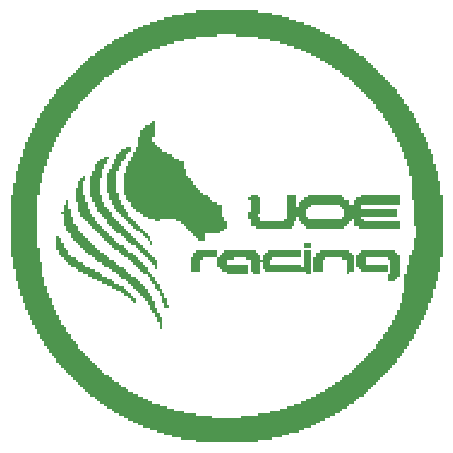
<source format=gbr>
%TF.GenerationSoftware,Altium Limited,Altium Designer,19.0.10 (269)*%
G04 Layer_Color=32896*
%FSLAX26Y26*%
%MOIN*%
%TF.FileFunction,Legend,Bot*%
%TF.Part,Single*%
G01*
G75*
G36*
X608000Y1479000D02*
X656000D01*
Y1471000D01*
X688000D01*
Y1463000D01*
X712000D01*
Y1455000D01*
X736000D01*
Y1447000D01*
X760000D01*
Y1439000D01*
X784000D01*
Y1431000D01*
X800000D01*
Y1423000D01*
X816000D01*
Y1415000D01*
X832000D01*
Y1407000D01*
X848000D01*
Y1399000D01*
X864000D01*
Y1391000D01*
X880000D01*
Y1383000D01*
X888000D01*
Y1375000D01*
X904000D01*
Y1367000D01*
X912000D01*
Y1359000D01*
X928000D01*
Y1351000D01*
X936000D01*
Y1343000D01*
X944000D01*
Y1335000D01*
X960000D01*
Y1327000D01*
X968000D01*
Y1319000D01*
X976000D01*
Y1311000D01*
X984000D01*
Y1303000D01*
X992000D01*
Y1295000D01*
X1000000D01*
Y1287000D01*
X1008000D01*
Y1279000D01*
X1016000D01*
Y1271000D01*
X1024000D01*
Y1263000D01*
X1032000D01*
Y1255000D01*
X1040000D01*
Y1247000D01*
X1048000D01*
Y1239000D01*
X1056000D01*
Y1231000D01*
X1064000D01*
Y1223000D01*
X1072000D01*
Y1215000D01*
Y1207000D01*
X1080000D01*
Y1199000D01*
X1088000D01*
Y1191000D01*
X1096000D01*
Y1183000D01*
Y1175000D01*
X1104000D01*
Y1167000D01*
X1112000D01*
Y1159000D01*
Y1151000D01*
X1120000D01*
Y1143000D01*
X1128000D01*
Y1135000D01*
Y1127000D01*
X1136000D01*
Y1119000D01*
Y1111000D01*
X1144000D01*
Y1103000D01*
Y1095000D01*
X1152000D01*
Y1087000D01*
Y1079000D01*
X1160000D01*
Y1071000D01*
Y1063000D01*
X1168000D01*
Y1055000D01*
Y1047000D01*
X1176000D01*
Y1039000D01*
Y1031000D01*
Y1023000D01*
X1184000D01*
Y1015000D01*
Y1007000D01*
X1192000D01*
Y999000D01*
Y991000D01*
Y983000D01*
Y975000D01*
X1200000D01*
Y967000D01*
Y959000D01*
Y951000D01*
X1208000D01*
Y943000D01*
Y935000D01*
Y927000D01*
Y919000D01*
X1216000D01*
Y911000D01*
Y903000D01*
Y895000D01*
Y887000D01*
Y879000D01*
Y871000D01*
X1224000D01*
Y863000D01*
Y855000D01*
Y847000D01*
Y839000D01*
Y831000D01*
Y823000D01*
Y815000D01*
Y807000D01*
Y799000D01*
Y791000D01*
Y783000D01*
Y775000D01*
Y767000D01*
Y759000D01*
Y751000D01*
Y743000D01*
Y735000D01*
Y727000D01*
Y719000D01*
Y711000D01*
Y703000D01*
Y695000D01*
Y687000D01*
Y679000D01*
Y671000D01*
Y663000D01*
X1216000D01*
Y655000D01*
Y647000D01*
Y639000D01*
Y631000D01*
Y623000D01*
Y615000D01*
X1208000D01*
Y607000D01*
Y599000D01*
Y591000D01*
Y583000D01*
X1200000D01*
Y575000D01*
Y567000D01*
Y559000D01*
X1192000D01*
Y551000D01*
Y543000D01*
Y535000D01*
Y527000D01*
X1184000D01*
Y519000D01*
Y511000D01*
X1176000D01*
Y503000D01*
Y495000D01*
Y487000D01*
X1168000D01*
Y479000D01*
Y471000D01*
X1160000D01*
Y463000D01*
Y455000D01*
X1152000D01*
Y447000D01*
Y439000D01*
X1144000D01*
Y431000D01*
Y423000D01*
X1136000D01*
Y415000D01*
Y407000D01*
X1128000D01*
Y399000D01*
Y391000D01*
X1120000D01*
Y383000D01*
X1112000D01*
Y375000D01*
Y367000D01*
X1104000D01*
Y359000D01*
X1096000D01*
Y351000D01*
Y343000D01*
X1088000D01*
Y335000D01*
X1080000D01*
Y327000D01*
X1072000D01*
Y319000D01*
Y311000D01*
X1064000D01*
Y303000D01*
X1056000D01*
Y295000D01*
X1048000D01*
Y287000D01*
X1040000D01*
Y279000D01*
X1032000D01*
Y271000D01*
X1024000D01*
Y263000D01*
X1016000D01*
Y255000D01*
X1008000D01*
Y247000D01*
X1000000D01*
Y239000D01*
X992000D01*
Y231000D01*
X984000D01*
Y223000D01*
X976000D01*
Y215000D01*
X968000D01*
Y207000D01*
X960000D01*
Y199000D01*
X944000D01*
Y191000D01*
X936000D01*
Y183000D01*
X928000D01*
Y175000D01*
X912000D01*
Y167000D01*
X904000D01*
Y159000D01*
X888000D01*
Y151000D01*
X880000D01*
Y143000D01*
X864000D01*
Y135000D01*
X848000D01*
Y127000D01*
X832000D01*
Y119000D01*
X816000D01*
Y111000D01*
X800000D01*
Y103000D01*
X784000D01*
Y95000D01*
X760000D01*
Y87000D01*
X744000D01*
Y79000D01*
X712000D01*
Y71000D01*
X688000D01*
Y63000D01*
X656000D01*
Y55000D01*
X608000D01*
Y47000D01*
X400000D01*
Y55000D01*
X352000D01*
Y63000D01*
X320000D01*
Y71000D01*
X296000D01*
Y79000D01*
X272000D01*
Y87000D01*
X248000D01*
Y95000D01*
X224000D01*
Y103000D01*
X208000D01*
Y111000D01*
X192000D01*
Y119000D01*
X176000D01*
Y127000D01*
X160000D01*
Y135000D01*
X144000D01*
Y143000D01*
X128000D01*
Y151000D01*
X120000D01*
Y159000D01*
X104000D01*
Y167000D01*
X96000D01*
Y175000D01*
X80000D01*
Y183000D01*
X72000D01*
Y191000D01*
X64000D01*
Y199000D01*
X48000D01*
Y207000D01*
X40000D01*
Y215000D01*
X32000D01*
Y223000D01*
X24000D01*
Y231000D01*
X16000D01*
Y239000D01*
X8000D01*
Y247000D01*
X0D01*
Y255000D01*
X-8000D01*
Y263000D01*
X-16000D01*
Y271000D01*
X-24000D01*
Y279000D01*
X-32000D01*
Y287000D01*
X-40000D01*
Y295000D01*
X-48000D01*
Y303000D01*
X-56000D01*
Y311000D01*
X-64000D01*
Y319000D01*
Y327000D01*
X-72000D01*
Y335000D01*
X-80000D01*
Y343000D01*
X-88000D01*
Y351000D01*
Y359000D01*
X-96000D01*
Y367000D01*
X-104000D01*
Y375000D01*
Y383000D01*
X-112000D01*
Y391000D01*
X-120000D01*
Y399000D01*
Y407000D01*
X-128000D01*
Y415000D01*
Y423000D01*
X-136000D01*
Y431000D01*
Y439000D01*
X-144000D01*
Y447000D01*
Y455000D01*
X-152000D01*
Y463000D01*
Y471000D01*
X-160000D01*
Y479000D01*
Y487000D01*
X-168000D01*
Y495000D01*
Y503000D01*
Y511000D01*
X-176000D01*
Y519000D01*
Y527000D01*
Y535000D01*
X-184000D01*
Y543000D01*
Y551000D01*
Y559000D01*
X-192000D01*
Y567000D01*
Y575000D01*
Y583000D01*
X-200000D01*
Y591000D01*
Y599000D01*
Y607000D01*
Y615000D01*
Y623000D01*
X-208000D01*
Y631000D01*
Y639000D01*
Y647000D01*
Y655000D01*
Y663000D01*
X-216000D01*
Y671000D01*
Y679000D01*
Y687000D01*
Y695000D01*
Y703000D01*
Y711000D01*
Y719000D01*
Y727000D01*
Y735000D01*
Y743000D01*
Y751000D01*
Y759000D01*
Y767000D01*
Y775000D01*
Y783000D01*
Y791000D01*
Y799000D01*
Y807000D01*
Y815000D01*
Y823000D01*
Y831000D01*
Y839000D01*
Y847000D01*
Y855000D01*
Y863000D01*
Y871000D01*
X-208000D01*
Y879000D01*
Y887000D01*
Y895000D01*
Y903000D01*
Y911000D01*
X-200000D01*
Y919000D01*
Y927000D01*
Y935000D01*
Y943000D01*
Y951000D01*
X-192000D01*
Y959000D01*
Y967000D01*
Y975000D01*
X-184000D01*
Y983000D01*
Y991000D01*
Y999000D01*
X-176000D01*
Y1007000D01*
Y1015000D01*
Y1023000D01*
X-168000D01*
Y1031000D01*
Y1039000D01*
Y1047000D01*
X-160000D01*
Y1055000D01*
Y1063000D01*
X-152000D01*
Y1071000D01*
Y1079000D01*
X-144000D01*
Y1087000D01*
Y1095000D01*
X-136000D01*
Y1103000D01*
Y1111000D01*
X-128000D01*
Y1119000D01*
Y1127000D01*
X-120000D01*
Y1135000D01*
Y1143000D01*
X-112000D01*
Y1151000D01*
X-104000D01*
Y1159000D01*
Y1167000D01*
X-96000D01*
Y1175000D01*
X-88000D01*
Y1183000D01*
Y1191000D01*
X-80000D01*
Y1199000D01*
X-72000D01*
Y1207000D01*
X-64000D01*
Y1215000D01*
Y1223000D01*
X-56000D01*
Y1231000D01*
X-48000D01*
Y1239000D01*
X-40000D01*
Y1247000D01*
X-32000D01*
Y1255000D01*
X-24000D01*
Y1263000D01*
X-16000D01*
Y1271000D01*
X-8000D01*
Y1279000D01*
X0D01*
Y1287000D01*
X8000D01*
Y1295000D01*
X16000D01*
Y1303000D01*
X24000D01*
Y1311000D01*
X32000D01*
Y1319000D01*
X40000D01*
Y1327000D01*
X48000D01*
Y1335000D01*
X64000D01*
Y1343000D01*
X72000D01*
Y1351000D01*
X80000D01*
Y1359000D01*
X96000D01*
Y1367000D01*
X104000D01*
Y1375000D01*
X120000D01*
Y1383000D01*
X128000D01*
Y1391000D01*
X144000D01*
Y1399000D01*
X160000D01*
Y1407000D01*
X176000D01*
Y1415000D01*
X192000D01*
Y1423000D01*
X208000D01*
Y1431000D01*
X224000D01*
Y1439000D01*
X248000D01*
Y1447000D01*
X272000D01*
Y1455000D01*
X296000D01*
Y1463000D01*
X320000D01*
Y1471000D01*
X360000D01*
Y1479000D01*
X400000D01*
Y1487000D01*
X608000D01*
Y1479000D01*
D02*
G37*
%LPC*%
G36*
X536000Y1407000D02*
X472000D01*
Y1399000D01*
X400000D01*
Y1391000D01*
X360000D01*
Y1383000D01*
X328000D01*
Y1375000D01*
X304000D01*
Y1367000D01*
X280000D01*
Y1359000D01*
X256000D01*
Y1351000D01*
X240000D01*
Y1343000D01*
X224000D01*
Y1335000D01*
X208000D01*
Y1327000D01*
X192000D01*
Y1319000D01*
X176000D01*
Y1311000D01*
X168000D01*
Y1303000D01*
X152000D01*
Y1295000D01*
X144000D01*
Y1287000D01*
X128000D01*
Y1279000D01*
X120000D01*
Y1271000D01*
X112000D01*
Y1263000D01*
X96000D01*
Y1255000D01*
X88000D01*
Y1247000D01*
X80000D01*
Y1239000D01*
X72000D01*
Y1231000D01*
X64000D01*
Y1223000D01*
X56000D01*
Y1215000D01*
X48000D01*
Y1207000D01*
X40000D01*
Y1199000D01*
X32000D01*
Y1191000D01*
X24000D01*
Y1183000D01*
X16000D01*
Y1175000D01*
X8000D01*
Y1167000D01*
Y1159000D01*
X0D01*
Y1151000D01*
X-8000D01*
Y1143000D01*
X-16000D01*
Y1135000D01*
Y1127000D01*
X-24000D01*
Y1119000D01*
X-32000D01*
Y1111000D01*
Y1103000D01*
X-40000D01*
Y1095000D01*
X-48000D01*
Y1087000D01*
Y1079000D01*
X-56000D01*
Y1071000D01*
Y1063000D01*
X-64000D01*
Y1055000D01*
Y1047000D01*
X-72000D01*
Y1039000D01*
Y1031000D01*
X-80000D01*
Y1023000D01*
Y1015000D01*
X-88000D01*
Y1007000D01*
Y999000D01*
Y991000D01*
X-96000D01*
Y983000D01*
Y975000D01*
Y967000D01*
X-104000D01*
Y959000D01*
Y951000D01*
Y943000D01*
X-112000D01*
Y935000D01*
Y927000D01*
Y919000D01*
Y911000D01*
X-120000D01*
Y903000D01*
Y895000D01*
Y887000D01*
Y879000D01*
Y871000D01*
X-128000D01*
Y863000D01*
Y855000D01*
Y847000D01*
Y839000D01*
Y831000D01*
Y823000D01*
Y815000D01*
Y807000D01*
Y799000D01*
Y791000D01*
Y783000D01*
Y775000D01*
Y767000D01*
Y759000D01*
Y751000D01*
Y743000D01*
Y735000D01*
Y727000D01*
Y719000D01*
Y711000D01*
Y703000D01*
Y695000D01*
X-120000D01*
Y687000D01*
Y679000D01*
Y671000D01*
Y663000D01*
Y655000D01*
Y647000D01*
X-112000D01*
Y639000D01*
Y631000D01*
Y623000D01*
Y615000D01*
Y607000D01*
Y599000D01*
X-104000D01*
Y591000D01*
Y583000D01*
Y575000D01*
Y567000D01*
X-96000D01*
Y559000D01*
Y551000D01*
Y543000D01*
X-88000D01*
Y535000D01*
Y527000D01*
X-80000D01*
Y519000D01*
Y511000D01*
Y503000D01*
X-72000D01*
Y495000D01*
Y487000D01*
X-64000D01*
Y479000D01*
Y471000D01*
X-56000D01*
Y463000D01*
Y455000D01*
X-48000D01*
Y447000D01*
Y439000D01*
X-40000D01*
Y431000D01*
X-32000D01*
Y423000D01*
Y415000D01*
X-24000D01*
Y407000D01*
X-16000D01*
Y399000D01*
Y391000D01*
X-8000D01*
Y383000D01*
X0D01*
Y375000D01*
X8000D01*
Y367000D01*
Y359000D01*
X16000D01*
Y351000D01*
X24000D01*
Y343000D01*
X32000D01*
Y335000D01*
X40000D01*
Y327000D01*
X48000D01*
Y319000D01*
X56000D01*
Y311000D01*
X64000D01*
Y303000D01*
X72000D01*
Y295000D01*
X80000D01*
Y287000D01*
X88000D01*
Y279000D01*
X96000D01*
Y271000D01*
X112000D01*
Y263000D01*
X120000D01*
Y255000D01*
X128000D01*
Y247000D01*
X144000D01*
Y239000D01*
X152000D01*
Y231000D01*
X168000D01*
Y223000D01*
X176000D01*
Y215000D01*
X192000D01*
Y207000D01*
X208000D01*
Y199000D01*
X224000D01*
Y191000D01*
X240000D01*
Y183000D01*
X256000D01*
Y175000D01*
X280000D01*
Y167000D01*
X304000D01*
Y159000D01*
X328000D01*
Y151000D01*
X360000D01*
Y143000D01*
X400000D01*
Y135000D01*
X456000D01*
Y127000D01*
X552000D01*
Y135000D01*
X608000D01*
Y143000D01*
X648000D01*
Y151000D01*
X680000D01*
Y159000D01*
X704000D01*
Y167000D01*
X728000D01*
Y175000D01*
X752000D01*
Y183000D01*
X768000D01*
Y191000D01*
X784000D01*
Y199000D01*
X800000D01*
Y207000D01*
X816000D01*
Y215000D01*
X832000D01*
Y223000D01*
X840000D01*
Y231000D01*
X856000D01*
Y239000D01*
X864000D01*
Y247000D01*
X880000D01*
Y255000D01*
X888000D01*
Y263000D01*
X896000D01*
Y271000D01*
X912000D01*
Y279000D01*
X920000D01*
Y287000D01*
X928000D01*
Y295000D01*
X936000D01*
Y303000D01*
X944000D01*
Y311000D01*
X952000D01*
Y319000D01*
X960000D01*
Y327000D01*
X968000D01*
Y335000D01*
X976000D01*
Y343000D01*
X984000D01*
Y351000D01*
X992000D01*
Y359000D01*
X1000000D01*
Y367000D01*
Y375000D01*
X1008000D01*
Y383000D01*
X1016000D01*
Y391000D01*
X1024000D01*
Y399000D01*
Y407000D01*
X1032000D01*
Y415000D01*
X1040000D01*
Y423000D01*
Y431000D01*
X1048000D01*
Y439000D01*
X1056000D01*
Y447000D01*
Y455000D01*
X1064000D01*
Y463000D01*
Y471000D01*
X1072000D01*
Y479000D01*
Y487000D01*
X1080000D01*
Y495000D01*
Y503000D01*
Y511000D01*
X1088000D01*
Y519000D01*
Y527000D01*
Y535000D01*
Y543000D01*
X1096000D01*
Y551000D01*
Y559000D01*
Y567000D01*
Y575000D01*
Y583000D01*
Y591000D01*
Y599000D01*
Y607000D01*
X1104000D01*
Y615000D01*
Y623000D01*
Y631000D01*
Y639000D01*
X1112000D01*
Y647000D01*
Y655000D01*
Y663000D01*
Y671000D01*
X1120000D01*
Y679000D01*
Y687000D01*
X1128000D01*
Y695000D01*
Y703000D01*
Y711000D01*
Y719000D01*
Y727000D01*
X1136000D01*
Y735000D01*
Y743000D01*
Y751000D01*
Y759000D01*
Y767000D01*
X1128000D01*
Y775000D01*
Y783000D01*
Y791000D01*
Y799000D01*
Y807000D01*
Y815000D01*
Y823000D01*
Y831000D01*
Y839000D01*
Y847000D01*
Y855000D01*
X1120000D01*
Y863000D01*
Y871000D01*
Y879000D01*
Y887000D01*
Y895000D01*
Y903000D01*
Y911000D01*
Y919000D01*
Y927000D01*
Y935000D01*
X1112000D01*
Y943000D01*
Y951000D01*
Y959000D01*
Y967000D01*
X1104000D01*
Y975000D01*
Y983000D01*
Y991000D01*
X1096000D01*
Y999000D01*
Y1007000D01*
Y1015000D01*
X1088000D01*
Y1023000D01*
Y1031000D01*
X1080000D01*
Y1039000D01*
Y1047000D01*
X1072000D01*
Y1055000D01*
Y1063000D01*
X1064000D01*
Y1071000D01*
Y1079000D01*
X1056000D01*
Y1087000D01*
Y1095000D01*
X1048000D01*
Y1103000D01*
X1040000D01*
Y1111000D01*
Y1119000D01*
X1032000D01*
Y1127000D01*
X1024000D01*
Y1135000D01*
Y1143000D01*
X1016000D01*
Y1151000D01*
X1008000D01*
Y1159000D01*
X1000000D01*
Y1167000D01*
Y1175000D01*
X992000D01*
Y1183000D01*
X984000D01*
Y1191000D01*
X976000D01*
Y1199000D01*
X968000D01*
Y1207000D01*
X960000D01*
Y1215000D01*
X952000D01*
Y1223000D01*
X944000D01*
Y1231000D01*
X936000D01*
Y1239000D01*
X928000D01*
Y1247000D01*
X920000D01*
Y1255000D01*
X912000D01*
Y1263000D01*
X896000D01*
Y1271000D01*
X888000D01*
Y1279000D01*
X880000D01*
Y1287000D01*
X864000D01*
Y1295000D01*
X856000D01*
Y1303000D01*
X840000D01*
Y1311000D01*
X832000D01*
Y1319000D01*
X816000D01*
Y1327000D01*
X800000D01*
Y1335000D01*
X784000D01*
Y1343000D01*
X768000D01*
Y1351000D01*
X752000D01*
Y1359000D01*
X728000D01*
Y1367000D01*
X704000D01*
Y1375000D01*
X680000D01*
Y1383000D01*
X648000D01*
Y1391000D01*
X608000D01*
Y1399000D01*
X536000D01*
Y1407000D01*
D02*
G37*
%LPD*%
G36*
X1080000Y863000D02*
Y855000D01*
Y847000D01*
Y839000D01*
X952000D01*
Y831000D01*
Y823000D01*
X1072000D01*
Y815000D01*
Y807000D01*
Y799000D01*
X952000D01*
Y791000D01*
X960000D01*
Y783000D01*
X1080000D01*
Y775000D01*
Y767000D01*
Y759000D01*
X944000D01*
Y767000D01*
X928000D01*
Y775000D01*
Y783000D01*
Y791000D01*
X920000D01*
Y783000D01*
X912000D01*
Y775000D01*
X904000D01*
Y767000D01*
X896000D01*
Y759000D01*
X768000D01*
Y767000D01*
X760000D01*
Y775000D01*
X752000D01*
Y783000D01*
X744000D01*
Y791000D01*
Y799000D01*
X736000D01*
Y791000D01*
Y783000D01*
X728000D01*
Y775000D01*
Y767000D01*
X720000D01*
Y759000D01*
X600000D01*
Y767000D01*
X584000D01*
Y775000D01*
Y783000D01*
Y791000D01*
X576000D01*
Y799000D01*
Y807000D01*
Y815000D01*
X584000D01*
Y823000D01*
Y831000D01*
Y839000D01*
Y847000D01*
Y855000D01*
X576000D01*
Y863000D01*
X584000D01*
Y871000D01*
X608000D01*
Y863000D01*
X616000D01*
Y855000D01*
Y847000D01*
Y839000D01*
Y831000D01*
Y823000D01*
Y815000D01*
Y807000D01*
X608000D01*
Y799000D01*
X616000D01*
Y791000D01*
Y783000D01*
X696000D01*
Y791000D01*
X704000D01*
Y799000D01*
Y807000D01*
Y815000D01*
Y823000D01*
Y831000D01*
Y839000D01*
Y847000D01*
Y855000D01*
Y863000D01*
Y871000D01*
X736000D01*
Y863000D01*
Y855000D01*
Y847000D01*
Y839000D01*
Y831000D01*
X744000D01*
Y839000D01*
Y847000D01*
X752000D01*
Y855000D01*
X760000D01*
Y863000D01*
X776000D01*
Y871000D01*
X888000D01*
Y863000D01*
X896000D01*
Y855000D01*
X912000D01*
Y847000D01*
Y839000D01*
X928000D01*
Y847000D01*
Y855000D01*
X936000D01*
Y863000D01*
X952000D01*
Y871000D01*
X1080000D01*
Y863000D01*
D02*
G37*
G36*
X264000Y1111000D02*
Y1103000D01*
Y1095000D01*
Y1087000D01*
Y1079000D01*
Y1071000D01*
Y1063000D01*
X256000D01*
Y1055000D01*
Y1047000D01*
X264000D01*
Y1039000D01*
X272000D01*
Y1031000D01*
X280000D01*
Y1023000D01*
X288000D01*
Y1015000D01*
X304000D01*
Y1007000D01*
X320000D01*
Y999000D01*
X328000D01*
Y991000D01*
X344000D01*
Y983000D01*
X360000D01*
Y975000D01*
Y967000D01*
Y959000D01*
X368000D01*
Y951000D01*
Y943000D01*
Y935000D01*
X376000D01*
Y927000D01*
X384000D01*
Y919000D01*
X392000D01*
Y911000D01*
Y903000D01*
X400000D01*
Y895000D01*
X408000D01*
Y887000D01*
X416000D01*
Y879000D01*
X424000D01*
Y871000D01*
X440000D01*
Y863000D01*
X448000D01*
Y855000D01*
X456000D01*
Y847000D01*
X472000D01*
Y839000D01*
X488000D01*
Y831000D01*
Y823000D01*
Y815000D01*
Y807000D01*
Y799000D01*
X496000D01*
Y791000D01*
Y783000D01*
X504000D01*
Y775000D01*
Y767000D01*
Y759000D01*
X496000D01*
Y751000D01*
X480000D01*
Y743000D01*
X432000D01*
Y735000D01*
Y727000D01*
Y719000D01*
X408000D01*
Y727000D01*
X400000D01*
Y735000D01*
X392000D01*
Y743000D01*
X384000D01*
Y751000D01*
X376000D01*
Y759000D01*
X368000D01*
Y767000D01*
X360000D01*
Y775000D01*
X352000D01*
Y783000D01*
X336000D01*
Y791000D01*
X280000D01*
Y783000D01*
X264000D01*
Y791000D01*
X240000D01*
Y799000D01*
X224000D01*
Y807000D01*
X216000D01*
Y815000D01*
X200000D01*
Y823000D01*
X192000D01*
Y831000D01*
X184000D01*
Y839000D01*
Y847000D01*
X176000D01*
Y855000D01*
X168000D01*
Y863000D01*
Y871000D01*
X160000D01*
Y879000D01*
Y887000D01*
Y895000D01*
Y903000D01*
Y911000D01*
Y919000D01*
Y927000D01*
Y935000D01*
Y943000D01*
X168000D01*
Y951000D01*
Y959000D01*
Y967000D01*
X176000D01*
Y975000D01*
Y983000D01*
X184000D01*
Y991000D01*
Y999000D01*
X192000D01*
Y1007000D01*
Y1015000D01*
X200000D01*
Y1023000D01*
Y1031000D01*
X208000D01*
Y1039000D01*
Y1047000D01*
Y1055000D01*
Y1063000D01*
X216000D01*
Y1071000D01*
Y1079000D01*
Y1087000D01*
X224000D01*
Y1095000D01*
X232000D01*
Y1103000D01*
X248000D01*
Y1111000D01*
X256000D01*
Y1119000D01*
X264000D01*
Y1111000D01*
D02*
G37*
G36*
X184000Y1023000D02*
Y1015000D01*
X176000D01*
Y1007000D01*
X168000D01*
Y999000D01*
Y991000D01*
X160000D01*
Y983000D01*
X152000D01*
Y975000D01*
Y967000D01*
X144000D01*
Y959000D01*
Y951000D01*
X136000D01*
Y943000D01*
Y935000D01*
Y927000D01*
Y919000D01*
Y911000D01*
Y903000D01*
Y895000D01*
Y887000D01*
Y879000D01*
X144000D01*
Y871000D01*
Y863000D01*
Y855000D01*
X152000D01*
Y847000D01*
Y839000D01*
X160000D01*
Y831000D01*
Y823000D01*
X168000D01*
Y815000D01*
X176000D01*
Y807000D01*
Y799000D01*
X184000D01*
Y791000D01*
X192000D01*
Y783000D01*
X200000D01*
Y775000D01*
X208000D01*
Y767000D01*
X216000D01*
Y759000D01*
X224000D01*
Y751000D01*
X232000D01*
Y743000D01*
X240000D01*
Y735000D01*
X248000D01*
Y727000D01*
Y719000D01*
X256000D01*
Y711000D01*
Y703000D01*
X248000D01*
Y711000D01*
Y719000D01*
X240000D01*
Y727000D01*
X232000D01*
Y735000D01*
X224000D01*
Y743000D01*
X216000D01*
Y751000D01*
X200000D01*
Y759000D01*
X192000D01*
Y767000D01*
X184000D01*
Y775000D01*
X176000D01*
Y783000D01*
X168000D01*
Y791000D01*
X160000D01*
Y799000D01*
X152000D01*
Y807000D01*
X144000D01*
Y815000D01*
X136000D01*
Y823000D01*
X128000D01*
Y831000D01*
Y839000D01*
X120000D01*
Y847000D01*
Y855000D01*
X112000D01*
Y863000D01*
Y871000D01*
Y879000D01*
X104000D01*
Y887000D01*
Y895000D01*
Y903000D01*
Y911000D01*
Y919000D01*
Y927000D01*
Y935000D01*
Y943000D01*
X112000D01*
Y951000D01*
Y959000D01*
X120000D01*
Y967000D01*
Y975000D01*
X128000D01*
Y983000D01*
Y991000D01*
X136000D01*
Y999000D01*
Y1007000D01*
X144000D01*
Y1015000D01*
X152000D01*
Y1023000D01*
X168000D01*
Y1031000D01*
X184000D01*
Y1023000D01*
D02*
G37*
G36*
X784000Y703000D02*
Y695000D01*
X760000D01*
Y703000D01*
Y711000D01*
X784000D01*
Y703000D01*
D02*
G37*
G36*
Y679000D02*
Y671000D01*
Y663000D01*
Y655000D01*
Y647000D01*
Y639000D01*
Y631000D01*
Y623000D01*
Y615000D01*
Y607000D01*
X768000D01*
Y615000D01*
X632000D01*
Y623000D01*
X624000D01*
Y631000D01*
Y639000D01*
Y647000D01*
X616000D01*
Y639000D01*
Y631000D01*
Y623000D01*
Y615000D01*
Y607000D01*
X592000D01*
Y615000D01*
X584000D01*
Y623000D01*
Y631000D01*
Y639000D01*
Y647000D01*
Y655000D01*
X568000D01*
Y663000D01*
X528000D01*
Y655000D01*
X504000D01*
Y647000D01*
Y639000D01*
X576000D01*
Y631000D01*
Y623000D01*
Y615000D01*
Y607000D01*
X504000D01*
Y615000D01*
X488000D01*
Y623000D01*
X480000D01*
Y631000D01*
X472000D01*
Y639000D01*
Y647000D01*
Y655000D01*
Y663000D01*
X424000D01*
Y655000D01*
X416000D01*
Y647000D01*
Y639000D01*
Y631000D01*
Y623000D01*
Y615000D01*
X384000D01*
Y623000D01*
Y631000D01*
Y639000D01*
Y647000D01*
Y655000D01*
Y663000D01*
X392000D01*
Y671000D01*
Y679000D01*
X400000D01*
Y687000D01*
X472000D01*
Y679000D01*
Y671000D01*
Y663000D01*
X480000D01*
Y671000D01*
X488000D01*
Y679000D01*
X496000D01*
Y687000D01*
X600000D01*
Y679000D01*
X608000D01*
Y671000D01*
X616000D01*
Y663000D01*
Y655000D01*
X624000D01*
Y663000D01*
Y671000D01*
X632000D01*
Y679000D01*
X640000D01*
Y687000D01*
X752000D01*
Y679000D01*
Y671000D01*
Y663000D01*
X656000D01*
Y655000D01*
X648000D01*
Y647000D01*
Y639000D01*
X752000D01*
Y631000D01*
X760000D01*
Y639000D01*
Y647000D01*
Y655000D01*
Y663000D01*
Y671000D01*
Y679000D01*
Y687000D01*
X784000D01*
Y679000D01*
D02*
G37*
G36*
X112000Y991000D02*
X104000D01*
Y983000D01*
Y975000D01*
X96000D01*
Y967000D01*
Y959000D01*
X88000D01*
Y951000D01*
Y943000D01*
Y935000D01*
Y927000D01*
X80000D01*
Y919000D01*
Y911000D01*
Y903000D01*
Y895000D01*
Y887000D01*
Y879000D01*
Y871000D01*
X88000D01*
Y863000D01*
Y855000D01*
Y847000D01*
X96000D01*
Y839000D01*
Y831000D01*
X104000D01*
Y823000D01*
X112000D01*
Y815000D01*
X120000D01*
Y807000D01*
Y799000D01*
X128000D01*
Y791000D01*
X136000D01*
Y783000D01*
X144000D01*
Y775000D01*
X152000D01*
Y767000D01*
X160000D01*
Y759000D01*
X168000D01*
Y751000D01*
X176000D01*
Y743000D01*
X184000D01*
Y735000D01*
X192000D01*
Y727000D01*
X200000D01*
Y719000D01*
X208000D01*
Y711000D01*
X216000D01*
Y703000D01*
X224000D01*
Y695000D01*
X232000D01*
Y687000D01*
X240000D01*
Y679000D01*
X248000D01*
Y671000D01*
X256000D01*
Y663000D01*
X264000D01*
Y655000D01*
X272000D01*
Y647000D01*
Y639000D01*
Y631000D01*
Y623000D01*
X264000D01*
Y631000D01*
Y639000D01*
X256000D01*
Y647000D01*
X248000D01*
Y655000D01*
X240000D01*
Y663000D01*
X232000D01*
Y671000D01*
X224000D01*
Y679000D01*
X216000D01*
Y687000D01*
X208000D01*
Y695000D01*
X200000D01*
Y703000D01*
X184000D01*
Y711000D01*
X176000D01*
Y719000D01*
X168000D01*
Y727000D01*
X160000D01*
Y735000D01*
X152000D01*
Y743000D01*
X136000D01*
Y751000D01*
X128000D01*
Y759000D01*
X120000D01*
Y767000D01*
X112000D01*
Y775000D01*
X104000D01*
Y783000D01*
Y791000D01*
X96000D01*
Y799000D01*
X88000D01*
Y807000D01*
X80000D01*
Y815000D01*
X72000D01*
Y823000D01*
Y831000D01*
X64000D01*
Y839000D01*
Y847000D01*
X56000D01*
Y855000D01*
Y863000D01*
X48000D01*
Y871000D01*
Y879000D01*
Y887000D01*
Y895000D01*
Y903000D01*
Y911000D01*
Y919000D01*
Y927000D01*
Y935000D01*
X56000D01*
Y943000D01*
Y951000D01*
X64000D01*
Y959000D01*
Y967000D01*
Y975000D01*
X72000D01*
Y983000D01*
X80000D01*
Y991000D01*
X96000D01*
Y999000D01*
X112000D01*
Y991000D01*
D02*
G37*
G36*
X912000Y679000D02*
X920000D01*
Y671000D01*
X928000D01*
Y663000D01*
Y655000D01*
Y647000D01*
Y639000D01*
Y631000D01*
Y623000D01*
Y615000D01*
X912000D01*
Y607000D01*
X904000D01*
Y615000D01*
Y623000D01*
Y631000D01*
Y639000D01*
Y647000D01*
Y655000D01*
X888000D01*
Y663000D01*
X832000D01*
Y655000D01*
X824000D01*
Y647000D01*
Y639000D01*
Y631000D01*
Y623000D01*
Y615000D01*
X792000D01*
Y623000D01*
Y631000D01*
Y639000D01*
Y647000D01*
Y655000D01*
Y663000D01*
X800000D01*
Y671000D01*
Y679000D01*
X816000D01*
Y687000D01*
X912000D01*
Y679000D01*
D02*
G37*
G36*
X1064000D02*
X1072000D01*
Y671000D01*
X1080000D01*
Y663000D01*
Y655000D01*
Y647000D01*
Y639000D01*
Y631000D01*
Y623000D01*
Y615000D01*
Y607000D01*
Y599000D01*
X1072000D01*
Y591000D01*
X1064000D01*
Y583000D01*
X1040000D01*
Y591000D01*
Y599000D01*
Y607000D01*
X1048000D01*
Y615000D01*
Y623000D01*
Y631000D01*
Y639000D01*
Y647000D01*
Y655000D01*
X1040000D01*
Y663000D01*
X968000D01*
Y655000D01*
Y647000D01*
Y639000D01*
X1040000D01*
Y631000D01*
Y623000D01*
Y615000D01*
X952000D01*
Y623000D01*
X944000D01*
Y631000D01*
X936000D01*
Y639000D01*
Y647000D01*
Y655000D01*
Y663000D01*
Y671000D01*
X944000D01*
Y679000D01*
X952000D01*
Y687000D01*
X1064000D01*
Y679000D01*
D02*
G37*
G36*
X-56000Y727000D02*
X-48000D01*
Y719000D01*
Y711000D01*
X-40000D01*
Y703000D01*
Y695000D01*
X-32000D01*
Y687000D01*
X-24000D01*
Y679000D01*
Y671000D01*
X-16000D01*
Y663000D01*
X0D01*
Y655000D01*
X8000D01*
Y647000D01*
X24000D01*
Y639000D01*
X32000D01*
Y631000D01*
X48000D01*
Y623000D01*
X64000D01*
Y615000D01*
X80000D01*
Y607000D01*
X88000D01*
Y599000D01*
X104000D01*
Y591000D01*
X120000D01*
Y583000D01*
X128000D01*
Y575000D01*
X144000D01*
Y567000D01*
X160000D01*
Y559000D01*
X168000D01*
Y551000D01*
X176000D01*
Y543000D01*
X184000D01*
Y535000D01*
X192000D01*
Y527000D01*
X200000D01*
Y519000D01*
Y511000D01*
X192000D01*
Y519000D01*
X184000D01*
Y527000D01*
X176000D01*
Y535000D01*
X160000D01*
Y543000D01*
X152000D01*
Y551000D01*
X136000D01*
Y559000D01*
X120000D01*
Y567000D01*
X104000D01*
Y575000D01*
X88000D01*
Y583000D01*
X72000D01*
Y591000D01*
X56000D01*
Y599000D01*
X40000D01*
Y607000D01*
X24000D01*
Y615000D01*
X8000D01*
Y623000D01*
X0D01*
Y631000D01*
X-16000D01*
Y639000D01*
X-24000D01*
Y647000D01*
X-32000D01*
Y655000D01*
X-40000D01*
Y663000D01*
X-48000D01*
Y671000D01*
X-56000D01*
Y679000D01*
Y687000D01*
X-64000D01*
Y695000D01*
Y703000D01*
Y711000D01*
Y719000D01*
Y727000D01*
Y735000D01*
X-56000D01*
Y727000D01*
D02*
G37*
G36*
X32000Y927000D02*
Y919000D01*
X24000D01*
Y911000D01*
Y903000D01*
Y895000D01*
Y887000D01*
Y879000D01*
Y871000D01*
X32000D01*
Y863000D01*
Y855000D01*
Y847000D01*
X40000D01*
Y839000D01*
Y831000D01*
Y823000D01*
X48000D01*
Y815000D01*
Y807000D01*
X56000D01*
Y799000D01*
X64000D01*
Y791000D01*
Y783000D01*
X72000D01*
Y775000D01*
X80000D01*
Y767000D01*
X88000D01*
Y759000D01*
X96000D01*
Y751000D01*
X104000D01*
Y743000D01*
X112000D01*
Y735000D01*
X120000D01*
Y727000D01*
X128000D01*
Y719000D01*
X136000D01*
Y711000D01*
X144000D01*
Y703000D01*
X160000D01*
Y695000D01*
X168000D01*
Y687000D01*
X176000D01*
Y679000D01*
X192000D01*
Y671000D01*
X200000D01*
Y663000D01*
X208000D01*
Y655000D01*
X216000D01*
Y647000D01*
X224000D01*
Y639000D01*
X232000D01*
Y631000D01*
X240000D01*
Y623000D01*
Y615000D01*
X248000D01*
Y607000D01*
X256000D01*
Y599000D01*
X264000D01*
Y591000D01*
Y583000D01*
X272000D01*
Y575000D01*
X280000D01*
Y567000D01*
Y559000D01*
X288000D01*
Y551000D01*
Y543000D01*
X296000D01*
Y535000D01*
Y527000D01*
X304000D01*
Y519000D01*
Y511000D01*
Y503000D01*
X312000D01*
Y495000D01*
X296000D01*
Y503000D01*
Y511000D01*
X288000D01*
Y519000D01*
Y527000D01*
Y535000D01*
X280000D01*
Y543000D01*
Y551000D01*
X272000D01*
Y559000D01*
X264000D01*
Y567000D01*
Y575000D01*
X256000D01*
Y583000D01*
X248000D01*
Y591000D01*
Y599000D01*
X240000D01*
Y607000D01*
X224000D01*
Y615000D01*
X216000D01*
Y623000D01*
X208000D01*
Y631000D01*
X200000D01*
Y639000D01*
X192000D01*
Y647000D01*
X184000D01*
Y655000D01*
X176000D01*
Y663000D01*
X160000D01*
Y671000D01*
X152000D01*
Y679000D01*
X144000D01*
Y687000D01*
X128000D01*
Y695000D01*
X120000D01*
Y703000D01*
X112000D01*
Y711000D01*
X104000D01*
Y719000D01*
X96000D01*
Y727000D01*
X88000D01*
Y735000D01*
X80000D01*
Y743000D01*
X72000D01*
Y751000D01*
X64000D01*
Y759000D01*
X56000D01*
Y767000D01*
X48000D01*
Y775000D01*
X40000D01*
Y783000D01*
X32000D01*
Y791000D01*
X24000D01*
Y799000D01*
X16000D01*
Y807000D01*
Y815000D01*
X8000D01*
Y823000D01*
Y831000D01*
Y839000D01*
Y847000D01*
X0D01*
Y855000D01*
Y863000D01*
Y871000D01*
Y879000D01*
Y887000D01*
Y895000D01*
X8000D01*
Y903000D01*
Y911000D01*
Y919000D01*
X16000D01*
Y927000D01*
X24000D01*
Y935000D01*
X32000D01*
Y927000D01*
D02*
G37*
G36*
X-24000Y847000D02*
Y839000D01*
Y831000D01*
Y823000D01*
X-16000D01*
Y815000D01*
Y807000D01*
Y799000D01*
X-8000D01*
Y791000D01*
Y783000D01*
Y775000D01*
X0D01*
Y767000D01*
X8000D01*
Y759000D01*
Y751000D01*
X16000D01*
Y743000D01*
X24000D01*
Y735000D01*
X32000D01*
Y727000D01*
X40000D01*
Y719000D01*
X48000D01*
Y711000D01*
X56000D01*
Y703000D01*
X64000D01*
Y695000D01*
X72000D01*
Y687000D01*
X80000D01*
Y679000D01*
X96000D01*
Y671000D01*
X104000D01*
Y663000D01*
X112000D01*
Y655000D01*
X128000D01*
Y647000D01*
X136000D01*
Y639000D01*
X144000D01*
Y631000D01*
X160000D01*
Y623000D01*
X168000D01*
Y615000D01*
X176000D01*
Y607000D01*
X184000D01*
Y599000D01*
X200000D01*
Y591000D01*
X208000D01*
Y583000D01*
X216000D01*
Y575000D01*
X224000D01*
Y567000D01*
X232000D01*
Y559000D01*
X240000D01*
Y551000D01*
Y543000D01*
X248000D01*
Y535000D01*
X256000D01*
Y527000D01*
Y519000D01*
X264000D01*
Y511000D01*
Y503000D01*
Y495000D01*
X272000D01*
Y487000D01*
Y479000D01*
X280000D01*
Y471000D01*
Y463000D01*
X288000D01*
Y455000D01*
Y447000D01*
Y439000D01*
Y431000D01*
Y423000D01*
X280000D01*
Y431000D01*
Y439000D01*
Y447000D01*
X272000D01*
Y455000D01*
Y463000D01*
X264000D01*
Y471000D01*
Y479000D01*
X256000D01*
Y487000D01*
X248000D01*
Y495000D01*
Y503000D01*
X240000D01*
Y511000D01*
Y519000D01*
X232000D01*
Y527000D01*
X224000D01*
Y535000D01*
X216000D01*
Y543000D01*
X208000D01*
Y551000D01*
X200000D01*
Y559000D01*
X192000D01*
Y567000D01*
X184000D01*
Y575000D01*
X176000D01*
Y583000D01*
X168000D01*
Y591000D01*
X152000D01*
Y599000D01*
X144000D01*
Y607000D01*
X136000D01*
Y615000D01*
X120000D01*
Y623000D01*
X112000D01*
Y631000D01*
X96000D01*
Y639000D01*
X88000D01*
Y647000D01*
X72000D01*
Y655000D01*
X64000D01*
Y663000D01*
X56000D01*
Y671000D01*
X40000D01*
Y679000D01*
X32000D01*
Y687000D01*
X24000D01*
Y695000D01*
X16000D01*
Y703000D01*
X8000D01*
Y711000D01*
X0D01*
Y719000D01*
X-8000D01*
Y727000D01*
X-16000D01*
Y735000D01*
Y743000D01*
X-24000D01*
Y751000D01*
X-32000D01*
Y759000D01*
Y767000D01*
X-40000D01*
Y775000D01*
Y783000D01*
Y791000D01*
Y799000D01*
Y807000D01*
X-48000D01*
Y815000D01*
X-40000D01*
Y823000D01*
Y831000D01*
Y839000D01*
X-32000D01*
Y847000D01*
Y855000D01*
X-24000D01*
Y847000D01*
D02*
G37*
%LPC*%
G36*
X880000Y839000D02*
X784000D01*
Y831000D01*
X776000D01*
Y823000D01*
X768000D01*
Y815000D01*
Y807000D01*
Y799000D01*
X776000D01*
Y791000D01*
X888000D01*
Y799000D01*
X896000D01*
Y807000D01*
Y815000D01*
Y823000D01*
X888000D01*
Y831000D01*
X880000D01*
Y839000D01*
D02*
G37*
%LPD*%
%TF.MD5,58e83118749e32c64ca3c49dd95614e4*%
M02*

</source>
